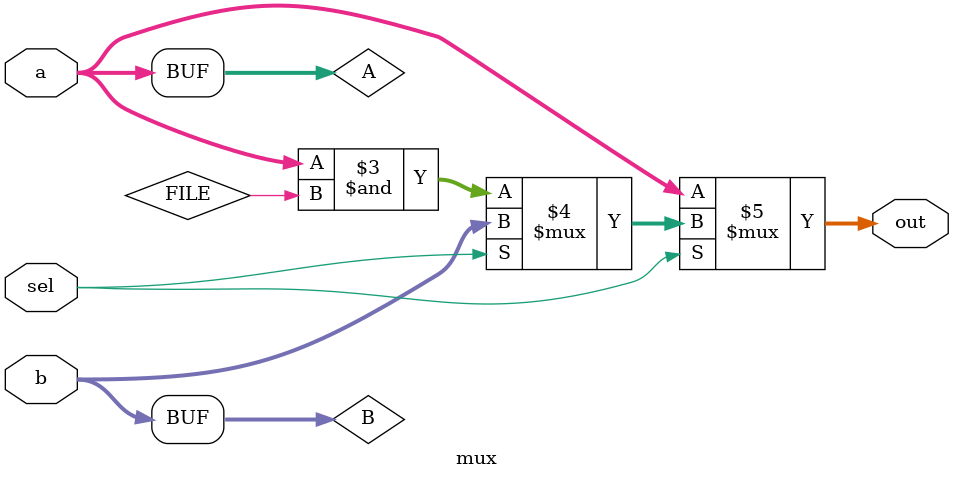
<source format=v>
module mux( 
input [4:0] a, b,
input sel,
output [4:0] out );
// When sel=0, assign a to out. 
// When sel=1, assign b to out. 
// When sel=3, do not change output. 
wire [4:0] A;
wire [4:0] B;
assign A = a;
assign B = b;
assign out = ( sel==0 )
? A
: ( ( sel==1 )
? B
: A&FILE
);
endmodule

</source>
